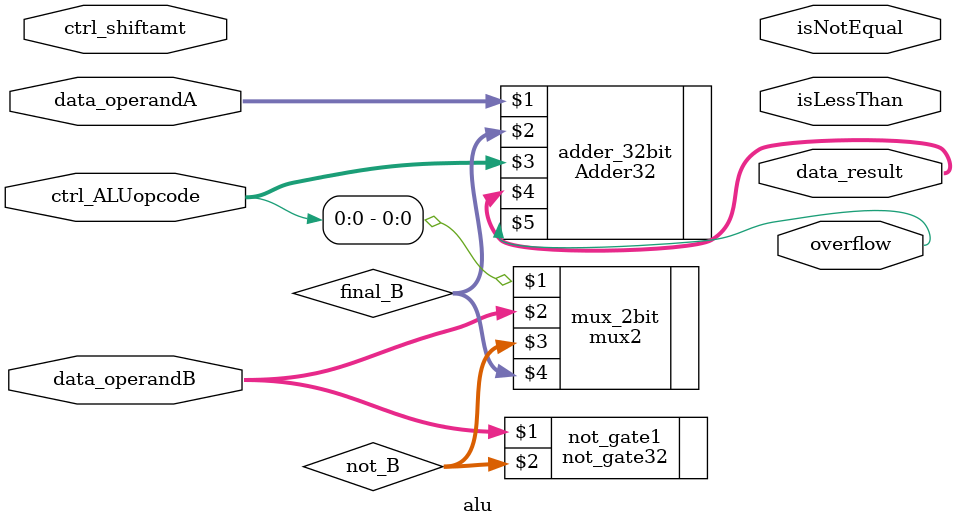
<source format=v>
module alu(data_operandA, data_operandB, ctrl_ALUopcode, ctrl_shiftamt, data_result, isNotEqual, isLessThan, overflow);

   input [31:0] data_operandA, data_operandB;
   input [4:0] ctrl_ALUopcode, ctrl_shiftamt;

   output [31:0] data_result;
   output isNotEqual, isLessThan, overflow;

   // YOUR CODE HERE //
	wire [31:0] not_B;
	wire [31:0] final_B;
 
	not_gate32 not_gate1(data_operandB[31:0], not_B[31:0]);
	mux2 mux_2bit(ctrl_ALUopcode[0], data_operandB[31:0], not_B[31:0], final_B[31:0]);
	Adder32 adder_32bit(data_operandA[31:0], final_B[31:0], ctrl_ALUopcode[4:0], data_result[31:0], overflow);

endmodule

</source>
